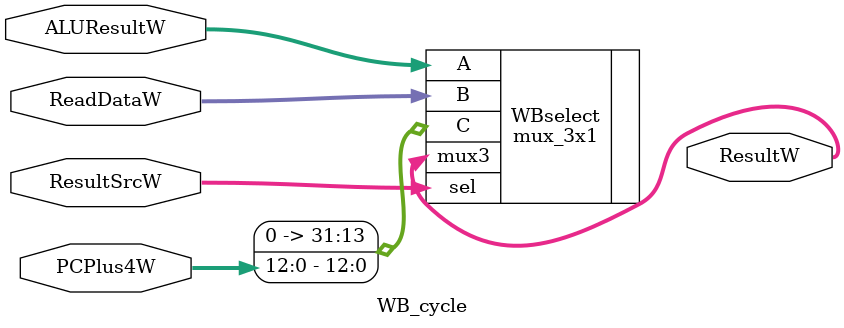
<source format=sv>
module WB_cycle (
input logic [1:0] ResultSrcW,
input logic [31:0] ALUResultW,
input logic [31:0] ReadDataW,
input logic [12:0] PCPlus4W,
output logic [31:0] ResultW
);
//WB select
mux_3x1 WBselect (
.A(ALUResultW),
.B(ReadDataW),
.C({19'b0,PCPlus4W}),
.sel(ResultSrcW),
.mux3(ResultW)
);
endmodule

</source>
